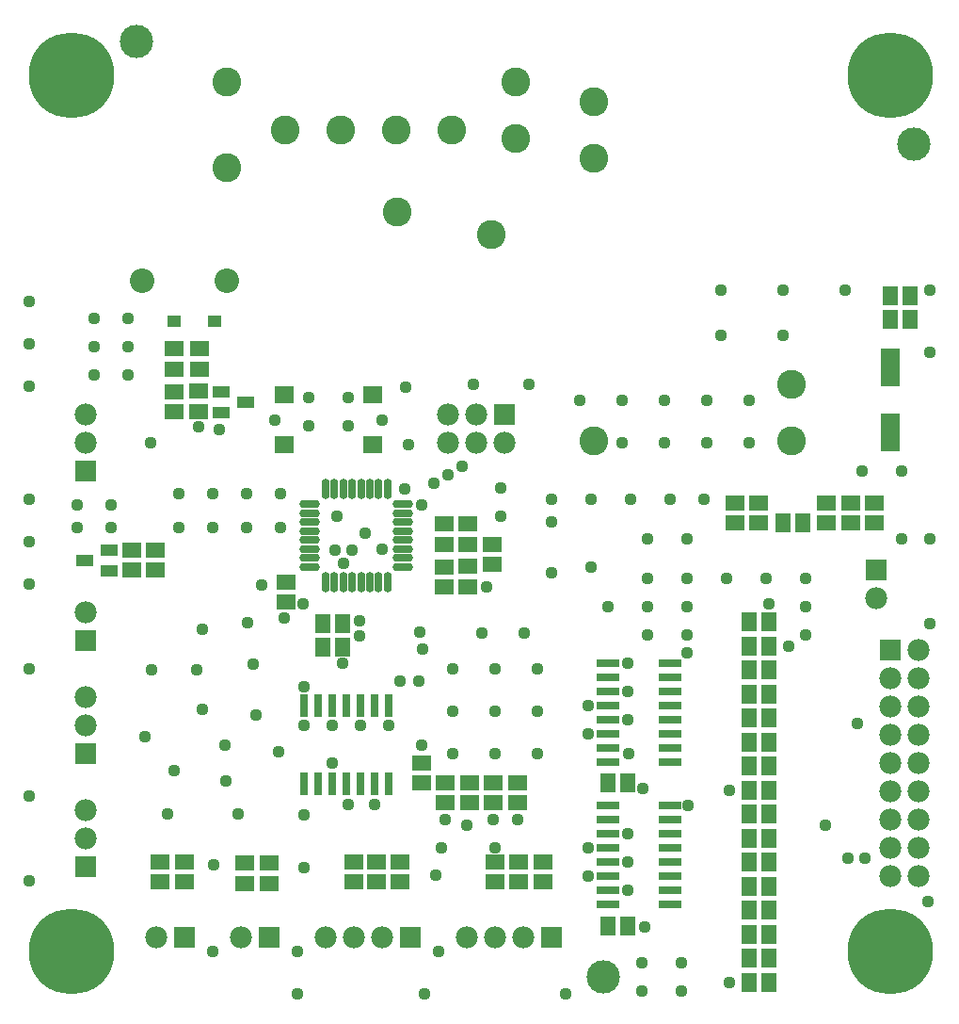
<source format=gts>
G04*
G04 #@! TF.GenerationSoftware,Altium Limited,Altium Designer,20.0.10 (225)*
G04*
G04 Layer_Color=8388736*
%FSLAX44Y44*%
%MOMM*%
G71*
G01*
G75*
%ADD37O,1.8532X0.7532*%
%ADD38O,0.7532X1.8532*%
%ADD39C,3.0000*%
%ADD40R,1.3532X1.6532*%
%ADD41R,1.8032X3.3532*%
%ADD42R,2.0532X0.8032*%
%ADD43R,1.6532X1.3532*%
%ADD44R,1.2032X1.0032*%
%ADD45R,1.6032X1.1032*%
%ADD46R,1.7532X1.5032*%
%ADD47R,1.7532X1.5032*%
%ADD48R,0.8032X2.0532*%
%ADD49C,2.6032*%
%ADD50C,1.9812*%
%ADD51R,1.9812X1.9812*%
%ADD52R,1.9812X1.9812*%
%ADD53C,7.7032*%
%ADD54C,2.2032*%
%ADD55C,1.1176*%
D37*
X1289140Y858580D02*
D03*
Y850580D02*
D03*
Y842580D02*
D03*
Y834580D02*
D03*
Y826580D02*
D03*
Y818580D02*
D03*
Y810580D02*
D03*
Y802580D02*
D03*
X1205140D02*
D03*
Y810580D02*
D03*
Y818580D02*
D03*
Y826580D02*
D03*
Y834580D02*
D03*
Y842580D02*
D03*
Y850580D02*
D03*
Y858580D02*
D03*
D38*
X1275140Y788580D02*
D03*
X1267140D02*
D03*
X1259140D02*
D03*
X1251140D02*
D03*
X1243140D02*
D03*
X1235140D02*
D03*
X1227140D02*
D03*
X1219140D02*
D03*
Y872580D02*
D03*
X1227140D02*
D03*
X1235140D02*
D03*
X1243140D02*
D03*
X1251140D02*
D03*
X1259140D02*
D03*
X1267140D02*
D03*
X1275140D02*
D03*
D39*
X1469390Y434340D02*
D03*
X1049020Y1275080D02*
D03*
X1748790Y1182370D02*
D03*
D40*
X1618090Y709930D02*
D03*
X1600090D02*
D03*
X1618090Y731520D02*
D03*
X1600090D02*
D03*
X1745090Y1046480D02*
D03*
X1727090D02*
D03*
X1618200Y601980D02*
D03*
X1600200D02*
D03*
X1618090Y429260D02*
D03*
X1600090D02*
D03*
X1618200Y623570D02*
D03*
X1600200D02*
D03*
X1618090Y450850D02*
D03*
X1600090D02*
D03*
X1618090Y645160D02*
D03*
X1600090D02*
D03*
X1618200Y472440D02*
D03*
X1600200D02*
D03*
X1618090Y666750D02*
D03*
X1600090D02*
D03*
X1618200Y494030D02*
D03*
X1600200D02*
D03*
X1618090Y688340D02*
D03*
X1600090D02*
D03*
X1618200Y515620D02*
D03*
X1600200D02*
D03*
X1618200Y537210D02*
D03*
X1600200D02*
D03*
X1618200Y558800D02*
D03*
X1600200D02*
D03*
X1618200Y580390D02*
D03*
X1600200D02*
D03*
X1630680Y842010D02*
D03*
X1648680D02*
D03*
X1216550Y730250D02*
D03*
X1234550D02*
D03*
X1216550Y751840D02*
D03*
X1234550D02*
D03*
X1473090Y480060D02*
D03*
X1491090D02*
D03*
X1473090Y608330D02*
D03*
X1491090D02*
D03*
X1745090Y1024890D02*
D03*
X1727090D02*
D03*
X1618090Y753110D02*
D03*
X1600090D02*
D03*
D41*
X1727200Y981710D02*
D03*
Y923710D02*
D03*
D42*
X1529200Y499110D02*
D03*
Y511810D02*
D03*
Y524510D02*
D03*
Y537210D02*
D03*
Y549910D02*
D03*
Y562610D02*
D03*
Y575310D02*
D03*
X1473200Y499110D02*
D03*
Y511810D02*
D03*
Y524510D02*
D03*
Y537210D02*
D03*
Y549910D02*
D03*
Y562610D02*
D03*
Y575310D02*
D03*
Y588010D02*
D03*
X1529200D02*
D03*
X1529080Y627380D02*
D03*
Y640080D02*
D03*
Y652780D02*
D03*
Y665480D02*
D03*
Y678180D02*
D03*
Y690880D02*
D03*
Y703580D02*
D03*
X1473080Y627380D02*
D03*
Y640080D02*
D03*
Y652780D02*
D03*
Y665480D02*
D03*
Y678180D02*
D03*
Y690880D02*
D03*
Y703580D02*
D03*
Y716280D02*
D03*
X1529080D02*
D03*
D43*
X1670050Y841790D02*
D03*
Y859790D02*
D03*
X1691640Y841900D02*
D03*
Y859900D02*
D03*
X1713230Y842010D02*
D03*
Y860010D02*
D03*
X1609090Y842010D02*
D03*
Y860010D02*
D03*
X1587500Y842010D02*
D03*
Y860010D02*
D03*
X1347470Y822850D02*
D03*
Y840850D02*
D03*
X1325880Y822850D02*
D03*
Y840850D02*
D03*
Y802640D02*
D03*
Y784640D02*
D03*
X1183640Y770780D02*
D03*
Y788780D02*
D03*
X1347470Y784750D02*
D03*
Y802750D02*
D03*
X1369060Y804960D02*
D03*
Y822960D02*
D03*
X1106170Y980330D02*
D03*
Y998330D02*
D03*
X1083310Y980330D02*
D03*
Y998330D02*
D03*
X1104900Y942230D02*
D03*
Y960230D02*
D03*
X1083310Y942120D02*
D03*
Y960120D02*
D03*
X1044800Y817440D02*
D03*
Y799440D02*
D03*
X1066390Y817440D02*
D03*
Y799440D02*
D03*
X1286510Y519430D02*
D03*
Y537430D02*
D03*
X1414780Y519320D02*
D03*
Y537320D02*
D03*
X1092200Y519320D02*
D03*
Y537320D02*
D03*
X1168400Y518050D02*
D03*
Y536050D02*
D03*
X1348740Y590440D02*
D03*
Y608440D02*
D03*
X1327150Y590440D02*
D03*
Y608440D02*
D03*
X1391920Y590440D02*
D03*
Y608440D02*
D03*
X1370330Y590440D02*
D03*
Y608440D02*
D03*
X1264920Y537320D02*
D03*
Y519320D02*
D03*
X1393190Y537320D02*
D03*
Y519320D02*
D03*
X1070610Y537320D02*
D03*
Y519320D02*
D03*
X1146810Y536050D02*
D03*
Y518050D02*
D03*
X1371600Y537430D02*
D03*
Y519430D02*
D03*
X1244600Y537320D02*
D03*
Y519320D02*
D03*
X1305560Y608220D02*
D03*
Y626220D02*
D03*
D44*
X1083310Y1023620D02*
D03*
X1119310D02*
D03*
D45*
X1147220Y950620D02*
D03*
X1125220Y941120D02*
D03*
Y960120D02*
D03*
X1002890Y808330D02*
D03*
X1024890Y817830D02*
D03*
Y798830D02*
D03*
D46*
X1181678Y912209D02*
D03*
X1261678Y957209D02*
D03*
Y912209D02*
D03*
D47*
X1181678Y957209D02*
D03*
D48*
X1276350Y677620D02*
D03*
X1263650D02*
D03*
X1250950D02*
D03*
X1238250D02*
D03*
X1225550D02*
D03*
X1212850D02*
D03*
X1200150D02*
D03*
X1276350Y607620D02*
D03*
X1263650D02*
D03*
X1250950D02*
D03*
X1238250D02*
D03*
X1225550D02*
D03*
X1212850D02*
D03*
X1200150D02*
D03*
D49*
X1390650Y1238350D02*
D03*
Y1187350D02*
D03*
X1368380Y1101250D02*
D03*
X1283380Y1121250D02*
D03*
X1182710Y1194920D02*
D03*
X1232710D02*
D03*
X1282710D02*
D03*
X1332710D02*
D03*
X1460500Y1220470D02*
D03*
Y1169670D02*
D03*
Y915670D02*
D03*
X1638300D02*
D03*
Y966470D02*
D03*
X1130300Y1238250D02*
D03*
Y1161250D02*
D03*
D50*
X1003300Y660400D02*
D03*
Y685800D02*
D03*
Y584200D02*
D03*
Y558800D02*
D03*
Y914400D02*
D03*
Y939800D02*
D03*
X1380490Y914400D02*
D03*
X1355090Y939800D02*
D03*
Y914400D02*
D03*
X1329690Y939800D02*
D03*
Y914400D02*
D03*
X1397000Y469900D02*
D03*
X1371600D02*
D03*
X1346200D02*
D03*
X1270000D02*
D03*
X1244600D02*
D03*
X1219200D02*
D03*
X1143000D02*
D03*
X1066800D02*
D03*
X1714500Y774700D02*
D03*
X1003300Y762000D02*
D03*
X1752600Y524510D02*
D03*
Y549910D02*
D03*
Y575310D02*
D03*
Y600710D02*
D03*
Y626110D02*
D03*
Y651510D02*
D03*
Y676910D02*
D03*
Y702310D02*
D03*
Y727710D02*
D03*
X1727200Y524510D02*
D03*
Y549910D02*
D03*
Y575310D02*
D03*
Y600710D02*
D03*
Y626110D02*
D03*
Y651510D02*
D03*
Y676910D02*
D03*
Y702310D02*
D03*
D51*
X1003300Y635000D02*
D03*
Y533400D02*
D03*
Y889000D02*
D03*
X1714500Y800100D02*
D03*
X1003300Y736600D02*
D03*
X1727200Y727710D02*
D03*
D52*
X1380490Y939800D02*
D03*
X1422400Y469900D02*
D03*
X1295400D02*
D03*
X1168400D02*
D03*
X1092200D02*
D03*
D53*
X1727200Y457200D02*
D03*
X990600D02*
D03*
Y1244600D02*
D03*
X1727200D02*
D03*
D54*
X1130300Y1059250D02*
D03*
X1054300D02*
D03*
D55*
X1104900Y928370D02*
D03*
X1239520Y589280D02*
D03*
X1149061Y751924D02*
D03*
X1176958Y636431D02*
D03*
X1129968Y609761D02*
D03*
X1199818Y579281D02*
D03*
X1318260Y525780D02*
D03*
X1118870Y534670D02*
D03*
X1200150Y532130D02*
D03*
X1545590Y588010D02*
D03*
X1544320Y725170D02*
D03*
X1504950Y603250D02*
D03*
X1506220Y478790D02*
D03*
X1320800Y457200D02*
D03*
X1193800D02*
D03*
X1117600D02*
D03*
X1435100Y419100D02*
D03*
X1308100D02*
D03*
X1193800D02*
D03*
X1371600Y635000D02*
D03*
X1333500D02*
D03*
Y673100D02*
D03*
X1371600D02*
D03*
X1306830Y728980D02*
D03*
X1162050Y786130D02*
D03*
X1056640Y650240D02*
D03*
X1062990Y709930D02*
D03*
X1198880Y769620D02*
D03*
X1234440Y716280D02*
D03*
X1249680Y740410D02*
D03*
Y754380D02*
D03*
X1243330Y817880D02*
D03*
X1235140Y805880D02*
D03*
X1618090Y769620D02*
D03*
X1689100Y541020D02*
D03*
X1704340D02*
D03*
X1761490Y501650D02*
D03*
X1668780Y570230D02*
D03*
X1697990Y661670D02*
D03*
X1303020Y699770D02*
D03*
X1286510D02*
D03*
X1305560Y642620D02*
D03*
X1333500Y711200D02*
D03*
X1304290Y744220D02*
D03*
X1323340Y549910D02*
D03*
X1371600D02*
D03*
X1182370Y756920D02*
D03*
X1360170Y742950D02*
D03*
X1398270D02*
D03*
X1422400Y797560D02*
D03*
X1457960Y802640D02*
D03*
X1508760Y828040D02*
D03*
X1544320D02*
D03*
X1579880Y792480D02*
D03*
X1615440D02*
D03*
X1508760Y741680D02*
D03*
X1544320D02*
D03*
X1508760Y767080D02*
D03*
X1544320D02*
D03*
X1508760Y792480D02*
D03*
X1544320D02*
D03*
X1010920Y975360D02*
D03*
X1041400D02*
D03*
X1010920Y1000760D02*
D03*
X1041400D02*
D03*
X1010920Y1026160D02*
D03*
X1041400D02*
D03*
X995680Y838200D02*
D03*
X1026160D02*
D03*
X995680Y858520D02*
D03*
X1026160D02*
D03*
X1087120Y838200D02*
D03*
X1117600D02*
D03*
X1148080D02*
D03*
X1178560D02*
D03*
X1087120Y868680D02*
D03*
X1117600D02*
D03*
X1148080D02*
D03*
X1178560D02*
D03*
X1108710Y746760D02*
D03*
X952500Y787400D02*
D03*
X1503680Y421640D02*
D03*
Y447040D02*
D03*
X1409700Y635000D02*
D03*
X1263650Y589280D02*
D03*
X1200150Y694690D02*
D03*
X1409700Y673100D02*
D03*
X1200150Y660400D02*
D03*
X1371600Y711200D02*
D03*
X1409700D02*
D03*
X1083310Y619760D02*
D03*
X1129030Y642620D02*
D03*
X1108710Y674370D02*
D03*
X1156970Y669290D02*
D03*
X1103630Y709930D02*
D03*
X1154430Y715010D02*
D03*
X1701800Y889000D02*
D03*
X1737360D02*
D03*
X1562100Y914400D02*
D03*
X1600200D02*
D03*
X1485900D02*
D03*
X1524000D02*
D03*
X1562100Y952500D02*
D03*
X1600200D02*
D03*
X1524000D02*
D03*
X1485900D02*
D03*
X1492250Y635000D02*
D03*
X1490980Y716280D02*
D03*
X1455420Y524510D02*
D03*
X1342390Y892810D02*
D03*
X1316990Y877570D02*
D03*
X1329690Y885190D02*
D03*
X1290320Y872580D02*
D03*
X1490980Y537210D02*
D03*
Y562610D02*
D03*
Y511810D02*
D03*
Y690880D02*
D03*
Y665480D02*
D03*
X1455420Y678180D02*
D03*
Y652780D02*
D03*
Y549910D02*
D03*
X1582420Y429260D02*
D03*
Y601980D02*
D03*
X1346200Y570230D02*
D03*
X1276350Y660400D02*
D03*
X1327150Y575310D02*
D03*
X1391920D02*
D03*
X1370330D02*
D03*
X1225550Y626110D02*
D03*
Y660400D02*
D03*
X1250950D02*
D03*
X1270000Y818580D02*
D03*
X1635760Y731520D02*
D03*
X1363980Y784860D02*
D03*
X1294130Y912209D02*
D03*
X952500Y825500D02*
D03*
Y863600D02*
D03*
Y965200D02*
D03*
Y1003300D02*
D03*
Y1041400D02*
D03*
Y711200D02*
D03*
Y596900D02*
D03*
Y520700D02*
D03*
X1539240Y447040D02*
D03*
Y421640D02*
D03*
X1737360Y828040D02*
D03*
X1762760D02*
D03*
Y751840D02*
D03*
X1473200Y767080D02*
D03*
X1651000Y792480D02*
D03*
Y767080D02*
D03*
Y741680D02*
D03*
X1447800Y952500D02*
D03*
X1376680Y873760D02*
D03*
Y848360D02*
D03*
X1422400Y863600D02*
D03*
X1559560D02*
D03*
X1529080D02*
D03*
X1493520D02*
D03*
X1457960D02*
D03*
X1422400Y843280D02*
D03*
X1229360Y848360D02*
D03*
X1228090Y817880D02*
D03*
X1254760Y833120D02*
D03*
X1061720Y914400D02*
D03*
X1123950Y925830D02*
D03*
X1203960Y955040D02*
D03*
X1239520D02*
D03*
Y929640D02*
D03*
X1203960D02*
D03*
X1173480Y934720D02*
D03*
X1270000D02*
D03*
X1291590Y963930D02*
D03*
X1762760Y995680D02*
D03*
X1574800Y1051560D02*
D03*
X1630680D02*
D03*
X1686560D02*
D03*
X1574800Y1010920D02*
D03*
X1630680D02*
D03*
X1762760Y1051560D02*
D03*
X1305560Y858520D02*
D03*
X1402080Y966470D02*
D03*
X1352550D02*
D03*
X1140460Y580390D02*
D03*
X1076960D02*
D03*
M02*

</source>
